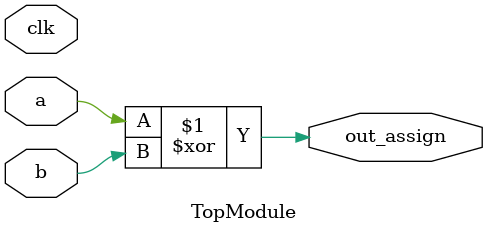
<source format=sv>

module TopModule (
  input clk,
  input a,
  input b,
  output out_assign
);

assign out_assign = a ^ b;

endmodule

// VERILOG-EVAL: abnormal backticks count
// VERILOG-EVAL: errant inclusion of module definition

</source>
